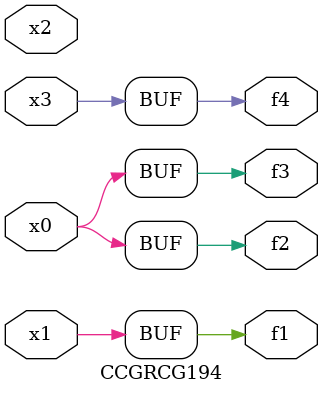
<source format=v>
module CCGRCG194(
	input x0, x1, x2, x3,
	output f1, f2, f3, f4
);
	assign f1 = x1;
	assign f2 = x0;
	assign f3 = x0;
	assign f4 = x3;
endmodule

</source>
